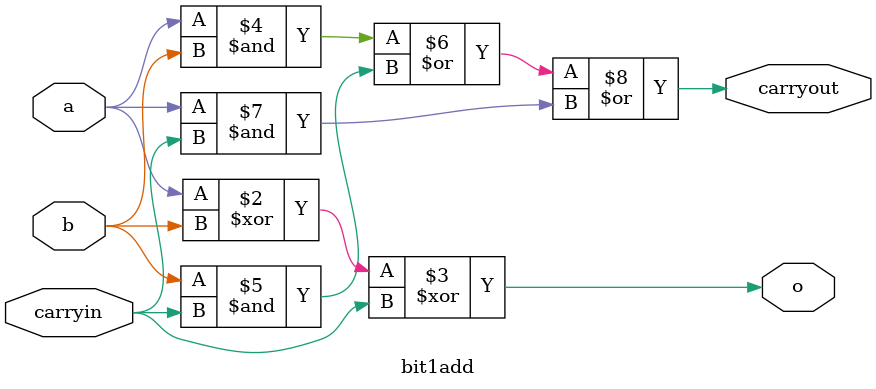
<source format=v>
`timescale 1ns / 1ps
module bit4(num1, num2, o, carryin, carryout);

input [3:0] num1,num2;
input carryin;
output [3:0] o;
output carryout;
wire [2:0]c; 

bit1add a(o[0],c[0], num1[0], num2[0], carryin);
bit1add b(o[1],c[1], num1[1], num2[1],c[0]);
bit1add e(o[2],c[2],num1[2], num2[2],c[1]);
bit1add d(o[3],carryout,num1[3], num2[3],c[2]);
endmodule


module bit1add(o, carryout,a,b,carryin);
input a,b,carryin;
output reg o, carryout;
always @ (*)
begin
	o = a^b^carryin;
	carryout = (a & b) | (b & carryin) | (a & carryin);
	
end
endmodule


</source>
